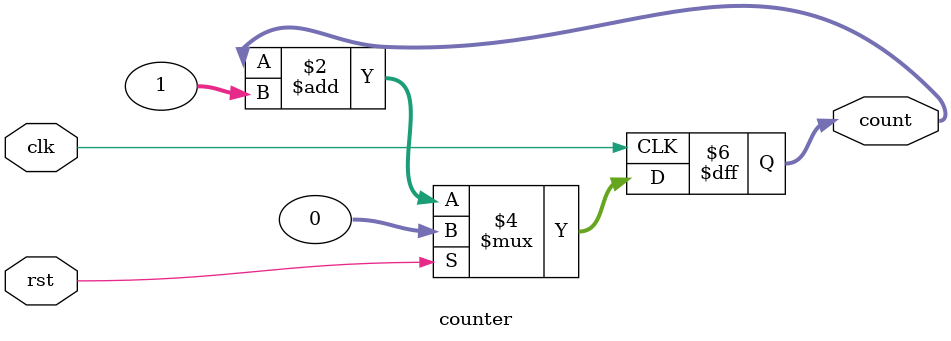
<source format=v>
/*
 * 32-bit sychronous counter in Verilog
 */
 
module counter (
    input clk,
    input rst,
    output reg [31:0] count
);

always @(posedge clk)
begin
    if (rst) begin
        count <=0;
    end else begin
        count <= count + 1;
    end
end

endmodule
</source>
